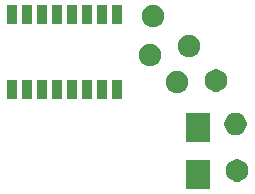
<source format=gbs>
G04 #@! TF.GenerationSoftware,KiCad,Pcbnew,5.0.2-bee76a0~70~ubuntu18.04.1*
G04 #@! TF.CreationDate,2019-03-10T21:03:06-07:00*
G04 #@! TF.ProjectId,sense_pcb,73656e73-655f-4706-9362-2e6b69636164,rev?*
G04 #@! TF.SameCoordinates,Original*
G04 #@! TF.FileFunction,Soldermask,Bot*
G04 #@! TF.FilePolarity,Negative*
%FSLAX46Y46*%
G04 Gerber Fmt 4.6, Leading zero omitted, Abs format (unit mm)*
G04 Created by KiCad (PCBNEW 5.0.2-bee76a0~70~ubuntu18.04.1) date Sun 10 Mar 2019 09:03:06 PM PDT*
%MOMM*%
%LPD*%
G01*
G04 APERTURE LIST*
%ADD10C,0.100000*%
G04 APERTURE END LIST*
D10*
G36*
X244713000Y-82956000D02*
X242713000Y-82956000D01*
X242713000Y-80556000D01*
X244713000Y-80556000D01*
X244713000Y-82956000D01*
X244713000Y-82956000D01*
G37*
G36*
X247154451Y-80466127D02*
X247292105Y-80493508D01*
X247464994Y-80565121D01*
X247620590Y-80669087D01*
X247752913Y-80801410D01*
X247856879Y-80957006D01*
X247928492Y-81129895D01*
X247965000Y-81313433D01*
X247965000Y-81500567D01*
X247928492Y-81684105D01*
X247856879Y-81856994D01*
X247752913Y-82012590D01*
X247620590Y-82144913D01*
X247464994Y-82248879D01*
X247292105Y-82320492D01*
X247154451Y-82347873D01*
X247108568Y-82357000D01*
X246921432Y-82357000D01*
X246875549Y-82347873D01*
X246737895Y-82320492D01*
X246565006Y-82248879D01*
X246409410Y-82144913D01*
X246277087Y-82012590D01*
X246173121Y-81856994D01*
X246101508Y-81684105D01*
X246065000Y-81500567D01*
X246065000Y-81313433D01*
X246101508Y-81129895D01*
X246173121Y-80957006D01*
X246277087Y-80801410D01*
X246409410Y-80669087D01*
X246565006Y-80565121D01*
X246737895Y-80493508D01*
X246875549Y-80466127D01*
X246921432Y-80457000D01*
X247108568Y-80457000D01*
X247154451Y-80466127D01*
X247154451Y-80466127D01*
G37*
G36*
X244713000Y-78956000D02*
X242713000Y-78956000D01*
X242713000Y-76556000D01*
X244713000Y-76556000D01*
X244713000Y-78956000D01*
X244713000Y-78956000D01*
G37*
G36*
X247027451Y-76529127D02*
X247165105Y-76556508D01*
X247337994Y-76628121D01*
X247493590Y-76732087D01*
X247625913Y-76864410D01*
X247729879Y-77020006D01*
X247801492Y-77192895D01*
X247838000Y-77376433D01*
X247838000Y-77563567D01*
X247801492Y-77747105D01*
X247729879Y-77919994D01*
X247625913Y-78075590D01*
X247493590Y-78207913D01*
X247337994Y-78311879D01*
X247165105Y-78383492D01*
X247027451Y-78410873D01*
X246981568Y-78420000D01*
X246794432Y-78420000D01*
X246748549Y-78410873D01*
X246610895Y-78383492D01*
X246438006Y-78311879D01*
X246282410Y-78207913D01*
X246150087Y-78075590D01*
X246046121Y-77919994D01*
X245974508Y-77747105D01*
X245938000Y-77563567D01*
X245938000Y-77376433D01*
X245974508Y-77192895D01*
X246046121Y-77020006D01*
X246150087Y-76864410D01*
X246282410Y-76732087D01*
X246438006Y-76628121D01*
X246610895Y-76556508D01*
X246748549Y-76529127D01*
X246794432Y-76520000D01*
X246981568Y-76520000D01*
X247027451Y-76529127D01*
X247027451Y-76529127D01*
G37*
G36*
X234769000Y-75320500D02*
X233861000Y-75320500D01*
X233861000Y-73777500D01*
X234769000Y-73777500D01*
X234769000Y-75320500D01*
X234769000Y-75320500D01*
G37*
G36*
X229689000Y-75320500D02*
X228781000Y-75320500D01*
X228781000Y-73777500D01*
X229689000Y-73777500D01*
X229689000Y-75320500D01*
X229689000Y-75320500D01*
G37*
G36*
X237309000Y-75320500D02*
X236401000Y-75320500D01*
X236401000Y-73777500D01*
X237309000Y-73777500D01*
X237309000Y-75320500D01*
X237309000Y-75320500D01*
G37*
G36*
X236039000Y-75320500D02*
X235131000Y-75320500D01*
X235131000Y-73777500D01*
X236039000Y-73777500D01*
X236039000Y-75320500D01*
X236039000Y-75320500D01*
G37*
G36*
X233499000Y-75320500D02*
X232591000Y-75320500D01*
X232591000Y-73777500D01*
X233499000Y-73777500D01*
X233499000Y-75320500D01*
X233499000Y-75320500D01*
G37*
G36*
X232229000Y-75320500D02*
X231321000Y-75320500D01*
X231321000Y-73777500D01*
X232229000Y-73777500D01*
X232229000Y-75320500D01*
X232229000Y-75320500D01*
G37*
G36*
X230959000Y-75320500D02*
X230051000Y-75320500D01*
X230051000Y-73777500D01*
X230959000Y-73777500D01*
X230959000Y-75320500D01*
X230959000Y-75320500D01*
G37*
G36*
X228419000Y-75320500D02*
X227511000Y-75320500D01*
X227511000Y-73777500D01*
X228419000Y-73777500D01*
X228419000Y-75320500D01*
X228419000Y-75320500D01*
G37*
G36*
X242074452Y-72973127D02*
X242212105Y-73000508D01*
X242384994Y-73072121D01*
X242540590Y-73176087D01*
X242672913Y-73308410D01*
X242776879Y-73464006D01*
X242848492Y-73636895D01*
X242885000Y-73820433D01*
X242885000Y-74007567D01*
X242848492Y-74191105D01*
X242776879Y-74363994D01*
X242672913Y-74519590D01*
X242540590Y-74651913D01*
X242384994Y-74755879D01*
X242212105Y-74827492D01*
X242074451Y-74854873D01*
X242028568Y-74864000D01*
X241841432Y-74864000D01*
X241795549Y-74854873D01*
X241657895Y-74827492D01*
X241485006Y-74755879D01*
X241329410Y-74651913D01*
X241197087Y-74519590D01*
X241093121Y-74363994D01*
X241021508Y-74191105D01*
X240985000Y-74007567D01*
X240985000Y-73820433D01*
X241021508Y-73636895D01*
X241093121Y-73464006D01*
X241197087Y-73308410D01*
X241329410Y-73176087D01*
X241485006Y-73072121D01*
X241657895Y-73000508D01*
X241795549Y-72973127D01*
X241841432Y-72964000D01*
X242028568Y-72964000D01*
X242074452Y-72973127D01*
X242074452Y-72973127D01*
G37*
G36*
X245376451Y-72846127D02*
X245514105Y-72873508D01*
X245686994Y-72945121D01*
X245842590Y-73049087D01*
X245974913Y-73181410D01*
X246078879Y-73337006D01*
X246150492Y-73509895D01*
X246187000Y-73693433D01*
X246187000Y-73880567D01*
X246150492Y-74064105D01*
X246078879Y-74236994D01*
X245974913Y-74392590D01*
X245842590Y-74524913D01*
X245686994Y-74628879D01*
X245514105Y-74700492D01*
X245376452Y-74727873D01*
X245330568Y-74737000D01*
X245143432Y-74737000D01*
X245097549Y-74727873D01*
X244959895Y-74700492D01*
X244787006Y-74628879D01*
X244631410Y-74524913D01*
X244499087Y-74392590D01*
X244395121Y-74236994D01*
X244323508Y-74064105D01*
X244287000Y-73880567D01*
X244287000Y-73693433D01*
X244323508Y-73509895D01*
X244395121Y-73337006D01*
X244499087Y-73181410D01*
X244631410Y-73049087D01*
X244787006Y-72945121D01*
X244959895Y-72873508D01*
X245097549Y-72846127D01*
X245143432Y-72837000D01*
X245330568Y-72837000D01*
X245376451Y-72846127D01*
X245376451Y-72846127D01*
G37*
G36*
X239788452Y-70687127D02*
X239926105Y-70714508D01*
X240098994Y-70786121D01*
X240254590Y-70890087D01*
X240386913Y-71022410D01*
X240490879Y-71178006D01*
X240562492Y-71350895D01*
X240599000Y-71534433D01*
X240599000Y-71721567D01*
X240562492Y-71905105D01*
X240490879Y-72077994D01*
X240386913Y-72233590D01*
X240254590Y-72365913D01*
X240098994Y-72469879D01*
X239926105Y-72541492D01*
X239788452Y-72568873D01*
X239742568Y-72578000D01*
X239555432Y-72578000D01*
X239509548Y-72568873D01*
X239371895Y-72541492D01*
X239199006Y-72469879D01*
X239043410Y-72365913D01*
X238911087Y-72233590D01*
X238807121Y-72077994D01*
X238735508Y-71905105D01*
X238699000Y-71721567D01*
X238699000Y-71534433D01*
X238735508Y-71350895D01*
X238807121Y-71178006D01*
X238911087Y-71022410D01*
X239043410Y-70890087D01*
X239199006Y-70786121D01*
X239371895Y-70714508D01*
X239509548Y-70687127D01*
X239555432Y-70678000D01*
X239742568Y-70678000D01*
X239788452Y-70687127D01*
X239788452Y-70687127D01*
G37*
G36*
X243090451Y-69925127D02*
X243228105Y-69952508D01*
X243400994Y-70024121D01*
X243556590Y-70128087D01*
X243688913Y-70260410D01*
X243792879Y-70416006D01*
X243864492Y-70588895D01*
X243901000Y-70772433D01*
X243901000Y-70959567D01*
X243864492Y-71143105D01*
X243792879Y-71315994D01*
X243688913Y-71471590D01*
X243556590Y-71603913D01*
X243400994Y-71707879D01*
X243228105Y-71779492D01*
X243090452Y-71806873D01*
X243044568Y-71816000D01*
X242857432Y-71816000D01*
X242811548Y-71806873D01*
X242673895Y-71779492D01*
X242501006Y-71707879D01*
X242345410Y-71603913D01*
X242213087Y-71471590D01*
X242109121Y-71315994D01*
X242037508Y-71143105D01*
X242001000Y-70959567D01*
X242001000Y-70772433D01*
X242037508Y-70588895D01*
X242109121Y-70416006D01*
X242213087Y-70260410D01*
X242345410Y-70128087D01*
X242501006Y-70024121D01*
X242673895Y-69952508D01*
X242811548Y-69925127D01*
X242857432Y-69916000D01*
X243044568Y-69916000D01*
X243090451Y-69925127D01*
X243090451Y-69925127D01*
G37*
G36*
X240042451Y-67385127D02*
X240180105Y-67412508D01*
X240352994Y-67484121D01*
X240508590Y-67588087D01*
X240640913Y-67720410D01*
X240744879Y-67876006D01*
X240816492Y-68048895D01*
X240853000Y-68232433D01*
X240853000Y-68419567D01*
X240816492Y-68603105D01*
X240744879Y-68775994D01*
X240640913Y-68931590D01*
X240508590Y-69063913D01*
X240352994Y-69167879D01*
X240180105Y-69239492D01*
X240042451Y-69266873D01*
X239996568Y-69276000D01*
X239809432Y-69276000D01*
X239763549Y-69266873D01*
X239625895Y-69239492D01*
X239453006Y-69167879D01*
X239297410Y-69063913D01*
X239165087Y-68931590D01*
X239061121Y-68775994D01*
X238989508Y-68603105D01*
X238953000Y-68419567D01*
X238953000Y-68232433D01*
X238989508Y-68048895D01*
X239061121Y-67876006D01*
X239165087Y-67720410D01*
X239297410Y-67588087D01*
X239453006Y-67484121D01*
X239625895Y-67412508D01*
X239763548Y-67385127D01*
X239809432Y-67376000D01*
X239996568Y-67376000D01*
X240042451Y-67385127D01*
X240042451Y-67385127D01*
G37*
G36*
X237309000Y-68970500D02*
X236401000Y-68970500D01*
X236401000Y-67427500D01*
X237309000Y-67427500D01*
X237309000Y-68970500D01*
X237309000Y-68970500D01*
G37*
G36*
X228419000Y-68970500D02*
X227511000Y-68970500D01*
X227511000Y-67427500D01*
X228419000Y-67427500D01*
X228419000Y-68970500D01*
X228419000Y-68970500D01*
G37*
G36*
X229689000Y-68970500D02*
X228781000Y-68970500D01*
X228781000Y-67427500D01*
X229689000Y-67427500D01*
X229689000Y-68970500D01*
X229689000Y-68970500D01*
G37*
G36*
X230959000Y-68970500D02*
X230051000Y-68970500D01*
X230051000Y-67427500D01*
X230959000Y-67427500D01*
X230959000Y-68970500D01*
X230959000Y-68970500D01*
G37*
G36*
X232229000Y-68970500D02*
X231321000Y-68970500D01*
X231321000Y-67427500D01*
X232229000Y-67427500D01*
X232229000Y-68970500D01*
X232229000Y-68970500D01*
G37*
G36*
X233499000Y-68970500D02*
X232591000Y-68970500D01*
X232591000Y-67427500D01*
X233499000Y-67427500D01*
X233499000Y-68970500D01*
X233499000Y-68970500D01*
G37*
G36*
X234769000Y-68970500D02*
X233861000Y-68970500D01*
X233861000Y-67427500D01*
X234769000Y-67427500D01*
X234769000Y-68970500D01*
X234769000Y-68970500D01*
G37*
G36*
X236039000Y-68970500D02*
X235131000Y-68970500D01*
X235131000Y-67427500D01*
X236039000Y-67427500D01*
X236039000Y-68970500D01*
X236039000Y-68970500D01*
G37*
M02*

</source>
